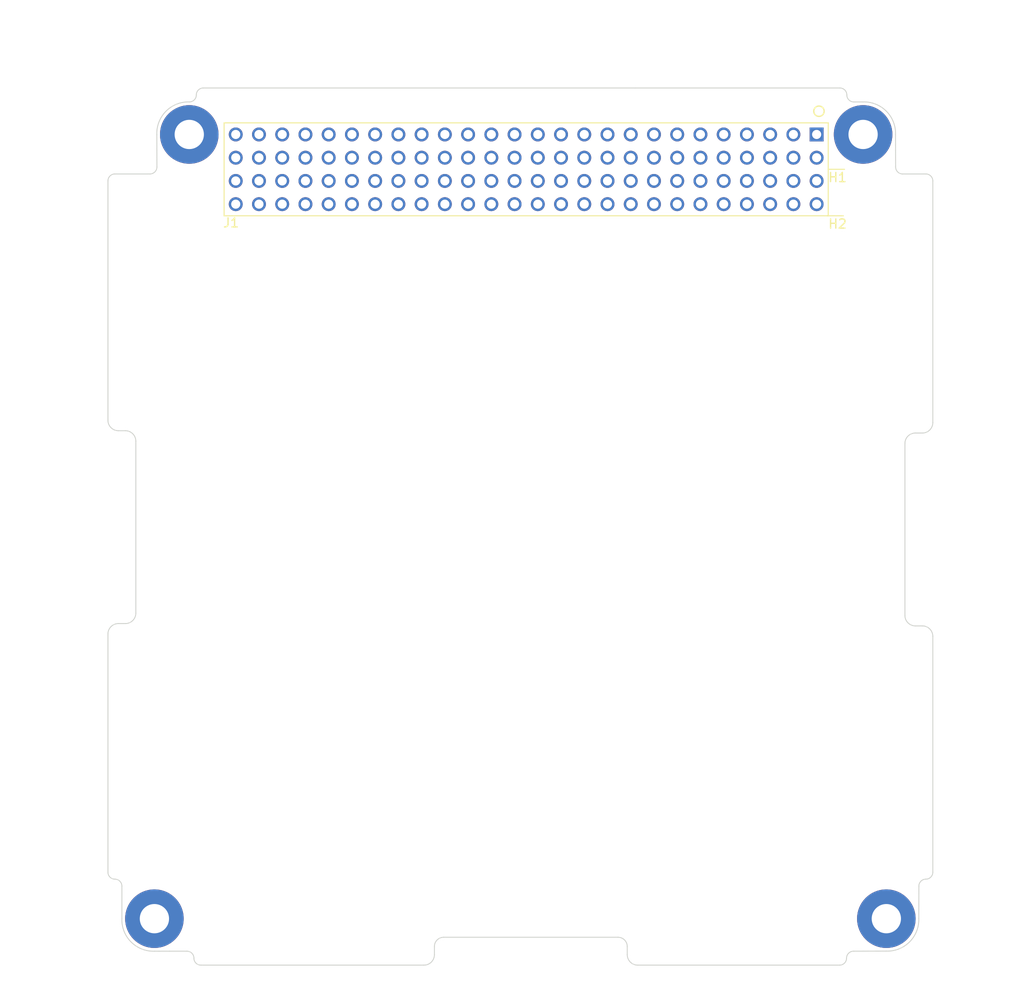
<source format=kicad_pcb>
(kicad_pcb (version 20211014) (generator pcbnew)
  (layers (0 "F.Cu" signal) (1 "In1.Cu" signal) (2 "In2.Cu" signal) (31 "B.Cu" signal) (34 "B.Paste" user) (35 "F.Paste" user) (36 "B.SilkS" user "B.Silkscreen") (37 "F.SilkS" user "F.Silkscreen") (38 "B.Mask" user) (39 "F.Mask" user) (44 "Edge.Cuts" user))
  (net 0 "")
  (footprint "MountingHole:MountingHole_3.2mm_M3_Pad_TopBottom" (layer "F.Cu") (at 191.77 52.07)
    (fp_text reference "H2")
    (fp_text value "MountingHole_Pad")
    (pad "1" connect circle locked (at 0 0) (size 6.4 6.4) (layers "B.Cu" "B.Mask"))
    (pad "1" connect circle locked (at 0 0) (size 6.4 6.4) (layers "F.Cu" "F.Mask"))
    (pad "1" thru_hole circle locked (at 0 0) (size 3.6 3.6) (drill 3.2) (layers *.Cu *.Mask))
  )
  (footprint "MountingHole:MountingHole_3.2mm_M3_Pad_TopBottom" (layer "F.Cu") (at 118.11 52.07)
    (fp_text reference "H1")
    (fp_text value "MountingHole_Pad")
    (pad "1" thru_hole circle locked (at 0 0) (size 3.6 3.6) (drill 3.2) (layers *.Cu *.Mask))
    (pad "1" connect circle locked (at 0 0) (size 6.4 6.4) (layers "F.Cu" "F.Mask"))
    (pad "1" connect circle locked (at 0 0) (size 6.4 6.4) (layers "B.Cu" "B.Mask"))
  )
  (footprint "MountingHole:MountingHole_3.2mm_M3_Pad_TopBottom" (layer "F.Cu") (at 114.3 137.795)
    (fp_text reference "H4")
    (fp_text value "MountingHole_Pad")
    (pad "1" connect circle locked (at 0 0) (size 6.4 6.4) (layers "F.Cu" "F.Mask"))
    (pad "1" connect circle locked (at 0 0) (size 6.4 6.4) (layers "B.Cu" "B.Mask"))
    (pad "1" thru_hole circle locked (at 0 0) (size 3.6 3.6) (drill 3.2) (layers *.Cu *.Mask))
  )
  (footprint "pc104-template:pc104-connector" (layer "F.Cu") (at 156.21 54.61 -90)
    (fp_text reference "J1" (at 7.112 33.528 unlocked) (layer "F.SilkS"))
    (fp_text value "PC104_Connector")
    (fp_text user "H2" (at 7.239 -32.766 unlocked) (layer "F.SilkS"))
    (fp_text user "H1" (at 2.159 -32.766 unlocked) (layer "F.SilkS"))
    (fp_line (start -3.81 34.29) (end 6.35 34.29) (layer "F.SilkS") (width 0.12))
    (fp_line (start 6.35 -31.623) (end 6.35 -33.401) (layer "F.SilkS") (width 0.12))
    (fp_line (start 6.35 -31.75) (end -3.81 -31.75) (layer "F.SilkS") (width 0.12))
    (fp_line (start 1.27 -31.75) (end 1.27 -33.528) (layer "F.SilkS") (width 0.12))
    (fp_line (start 6.35 34.29) (end 6.35 -31.75) (layer "F.SilkS") (width 0.12))
    (fp_line (start -3.81 -31.75) (end -3.81 34.29) (layer "F.SilkS") (width 0.12))
    (pad "1" thru_hole rect locked (at -2.54 -30.48 270) (size 1.524 1.524) (drill 1) (layers *.Cu *.Mask))
    (pad "2" thru_hole circle locked (at 0 -30.48 270) (size 1.524 1.524) (drill 1) (layers *.Cu *.Mask))
    (pad "3" thru_hole circle locked (at -2.54 -27.94 270) (size 1.524 1.524) (drill 1) (layers *.Cu *.Mask))
    (pad "4" thru_hole circle locked (at 0 -27.94 270) (size 1.524 1.524) (drill 1) (layers *.Cu *.Mask))
    (pad "5" thru_hole circle locked (at -2.54 -25.4 270) (size 1.524 1.524) (drill 1) (layers *.Cu *.Mask))
    (pad "6" thru_hole circle locked (at 0 -25.4 270) (size 1.524 1.524) (drill 1) (layers *.Cu *.Mask))
    (pad "7" thru_hole circle locked (at -2.54 -22.86 270) (size 1.524 1.524) (drill 1) (layers *.Cu *.Mask))
    (pad "8" thru_hole circle locked (at 0 -22.86 270) (size 1.524 1.524) (drill 1) (layers *.Cu *.Mask))
    (pad "9" thru_hole circle locked (at -2.54 -20.32 270) (size 1.524 1.524) (drill 1) (layers *.Cu *.Mask))
    (pad "10" thru_hole circle locked (at 0 -20.32 270) (size 1.524 1.524) (drill 1) (layers *.Cu *.Mask))
    (pad "11" thru_hole circle locked (at -2.54 -17.78 270) (size 1.524 1.524) (drill 1) (layers *.Cu *.Mask))
    (pad "12" thru_hole circle locked (at 0 -17.78 270) (size 1.524 1.524) (drill 1) (layers *.Cu *.Mask))
    (pad "13" thru_hole circle locked (at -2.54 -15.24 270) (size 1.524 1.524) (drill 1) (layers *.Cu *.Mask))
    (pad "14" thru_hole circle locked (at 0 -15.24 270) (size 1.524 1.524) (drill 1) (layers *.Cu *.Mask))
    (pad "15" thru_hole circle locked (at -2.54 -12.7 270) (size 1.524 1.524) (drill 1) (layers *.Cu *.Mask))
    (pad "16" thru_hole circle locked (at 0 -12.7 270) (size 1.524 1.524) (drill 1) (layers *.Cu *.Mask))
    (pad "17" thru_hole circle locked (at -2.54 -10.16 270) (size 1.524 1.524) (drill 1) (layers *.Cu *.Mask))
    (pad "18" thru_hole circle locked (at 0 -10.16 270) (size 1.524 1.524) (drill 1) (layers *.Cu *.Mask))
    (pad "19" thru_hole circle locked (at -2.54 -7.62 270) (size 1.524 1.524) (drill 1) (layers *.Cu *.Mask))
    (pad "20" thru_hole circle locked (at 0 -7.62 270) (size 1.524 1.524) (drill 1) (layers *.Cu *.Mask))
    (pad "21" thru_hole circle locked (at -2.54 -5.08 270) (size 1.524 1.524) (drill 1) (layers *.Cu *.Mask))
    (pad "22" thru_hole circle locked (at 0 -5.08 270) (size 1.524 1.524) (drill 1) (layers *.Cu *.Mask))
    (pad "23" thru_hole circle locked (at -2.54 -2.54 270) (size 1.524 1.524) (drill 1) (layers *.Cu *.Mask))
    (pad "24" thru_hole circle locked (at 0 -2.54 270) (size 1.524 1.524) (drill 1) (layers *.Cu *.Mask))
    (pad "25" thru_hole circle locked (at -2.54 0 270) (size 1.524 1.524) (drill 1) (layers *.Cu *.Mask))
    (pad "26" thru_hole circle locked (at 0 0 270) (size 1.524 1.524) (drill 1) (layers *.Cu *.Mask))
    (pad "27" thru_hole circle locked (at -2.54 2.54 270) (size 1.524 1.524) (drill 1) (layers *.Cu *.Mask))
    (pad "28" thru_hole circle locked (at 0 2.54 270) (size 1.524 1.524) (drill 1) (layers *.Cu *.Mask))
    (pad "29" thru_hole circle locked (at -2.54 5.08 270) (size 1.524 1.524) (drill 1) (layers *.Cu *.Mask))
    (pad "30" thru_hole circle locked (at 0 5.08 270) (size 1.524 1.524) (drill 1) (layers *.Cu *.Mask))
    (pad "31" thru_hole circle locked (at -2.54 7.62 270) (size 1.524 1.524) (drill 1) (layers *.Cu *.Mask))
    (pad "32" thru_hole circle locked (at 0 7.62 270) (size 1.524 1.524) (drill 1) (layers *.Cu *.Mask))
    (pad "33" thru_hole circle locked (at -2.54 10.16 270) (size 1.524 1.524) (drill 1) (layers *.Cu *.Mask))
    (pad "34" thru_hole circle locked (at 0 10.16 270) (size 1.524 1.524) (drill 1) (layers *.Cu *.Mask))
    (pad "35" thru_hole circle locked (at -2.54 12.7 270) (size 1.524 1.524) (drill 1) (layers *.Cu *.Mask))
    (pad "36" thru_hole circle locked (at 0 12.7 270) (size 1.524 1.524) (drill 1) (layers *.Cu *.Mask))
    (pad "37" thru_hole circle locked (at -2.54 15.24 270) (size 1.524 1.524) (drill 1) (layers *.Cu *.Mask))
    (pad "38" thru_hole circle locked (at 0 15.24 270) (size 1.524 1.524) (drill 1) (layers *.Cu *.Mask))
    (pad "39" thru_hole circle locked (at -2.54 17.78 270) (size 1.524 1.524) (drill 1) (layers *.Cu *.Mask))
    (pad "40" thru_hole circle locked (at 0 17.78 270) (size 1.524 1.524) (drill 1) (layers *.Cu *.Mask))
    (pad "41" thru_hole circle locked (at -2.54 20.32 270) (size 1.524 1.524) (drill 1) (layers *.Cu *.Mask))
    (pad "42" thru_hole circle locked (at 0 20.32 270) (size 1.524 1.524) (drill 1) (layers *.Cu *.Mask))
    (pad "43" thru_hole circle locked (at -2.54 22.86 270) (size 1.524 1.524) (drill 1) (layers *.Cu *.Mask))
    (pad "44" thru_hole circle locked (at 0 22.86 270) (size 1.524 1.524) (drill 1) (layers *.Cu *.Mask))
    (pad "45" thru_hole circle locked (at -2.54 25.4 270) (size 1.524 1.524) (drill 1) (layers *.Cu *.Mask))
    (pad "46" thru_hole circle locked (at 0 25.4 270) (size 1.524 1.524) (drill 1) (layers *.Cu *.Mask))
    (pad "47" thru_hole circle locked (at -2.54 27.94 270) (size 1.524 1.524) (drill 1) (layers *.Cu *.Mask))
    (pad "48" thru_hole circle locked (at 0 27.94 270) (size 1.524 1.524) (drill 1) (layers *.Cu *.Mask))
    (pad "49" thru_hole circle locked (at -2.54 30.48 270) (size 1.524 1.524) (drill 1) (layers *.Cu *.Mask))
    (pad "50" thru_hole circle locked (at 0 30.48 270) (size 1.524 1.524) (drill 1) (layers *.Cu *.Mask))
    (pad "51" thru_hole circle locked (at -2.54 33.02 270) (size 1.524 1.524) (drill 1) (layers *.Cu *.Mask))
    (pad "52" thru_hole circle locked (at 0 33.02 270) (size 1.524 1.524) (drill 1) (layers *.Cu *.Mask))
    (pad "53" thru_hole circle locked (at 2.54 -30.48 270) (size 1.524 1.524) (drill 1) (layers *.Cu *.Mask))
    (pad "54" thru_hole circle locked (at 5.08 -30.48 270) (size 1.524 1.524) (drill 1) (layers *.Cu *.Mask))
    (pad "55" thru_hole circle locked (at 2.54 -27.94 270) (size 1.524 1.524) (drill 1) (layers *.Cu *.Mask))
    (pad "56" thru_hole circle locked (at 5.08 -27.94 270) (size 1.524 1.524) (drill 1) (layers *.Cu *.Mask))
    (pad "57" thru_hole circle locked (at 2.54 -25.4 270) (size 1.524 1.524) (drill 1) (layers *.Cu *.Mask))
    (pad "58" thru_hole circle locked (at 5.08 -25.4 270) (size 1.524 1.524) (drill 1) (layers *.Cu *.Mask))
    (pad "59" thru_hole circle locked (at 2.54 -22.86 270) (size 1.524 1.524) (drill 1) (layers *.Cu *.Mask))
    (pad "60" thru_hole circle locked (at 5.08 -22.86 270) (size 1.524 1.524) (drill 1) (layers *.Cu *.Mask))
    (pad "61" thru_hole circle locked (at 2.54 -20.32 270) (size 1.524 1.524) (drill 1) (layers *.Cu *.Mask))
    (pad "62" thru_hole circle locked (at 5.08 -20.32 270) (size 1.524 1.524) (drill 1) (layers *.Cu *.Mask))
    (pad "63" thru_hole circle locked (at 2.54 -17.78 270) (size 1.524 1.524) (drill 1) (layers *.Cu *.Mask))
    (pad "64" thru_hole circle locked (at 5.08 -17.78 270) (size 1.524 1.524) (drill 1) (layers *.Cu *.Mask))
    (pad "65" thru_hole circle locked (at 2.54 -15.24 270) (size 1.524 1.524) (drill 1) (layers *.Cu *.Mask))
    (pad "66" thru_hole circle locked (at 5.08 -15.24 270) (size 1.524 1.524) (drill 1) (layers *.Cu *.Mask))
    (pad "67" thru_hole circle locked (at 2.54 -12.7 270) (size 1.524 1.524) (drill 1) (layers *.Cu *.Mask))
    (pad "68" thru_hole circle locked (at 5.08 -12.7 270) (size 1.524 1.524) (drill 1) (layers *.Cu *.Mask))
    (pad "69" thru_hole circle locked (at 2.54 -10.16 270) (size 1.524 1.524) (drill 1) (layers *.Cu *.Mask))
    (pad "70" thru_hole circle locked (at 5.08 -10.16 270) (size 1.524 1.524) (drill 1) (layers *.Cu *.Mask))
    (pad "71" thru_hole circle locked (at 2.54 -7.62 270) (size 1.524 1.524) (drill 1) (layers *.Cu *.Mask))
    (pad "72" thru_hole circle locked (at 5.08 -7.62 270) (size 1.524 1.524) (drill 1) (layers *.Cu *.Mask))
    (pad "73" thru_hole circle locked (at 2.54 -5.08 270) (size 1.524 1.524) (drill 1) (layers *.Cu *.Mask))
    (pad "74" thru_hole circle locked (at 5.08 -5.08 270) (size 1.524 1.524) (drill 1) (layers *.Cu *.Mask))
    (pad "75" thru_hole circle locked (at 2.54 -2.54 270) (size 1.524 1.524) (drill 1) (layers *.Cu *.Mask))
    (pad "76" thru_hole circle locked (at 5.08 -2.54 270) (size 1.524 1.524) (drill 1) (layers *.Cu *.Mask))
    (pad "77" thru_hole circle locked (at 2.54 0 270) (size 1.524 1.524) (drill 1) (layers *.Cu *.Mask))
    (pad "78" thru_hole circle locked (at 5.08 0 270) (size 1.524 1.524) (drill 1) (layers *.Cu *.Mask))
    (pad "79" thru_hole circle locked (at 2.54 2.54 270) (size 1.524 1.524) (drill 1) (layers *.Cu *.Mask))
    (pad "80" thru_hole circle locked (at 5.08 2.54 270) (size 1.524 1.524) (drill 1) (layers *.Cu *.Mask))
    (pad "81" thru_hole circle locked (at 2.54 5.08 270) (size 1.524 1.524) (drill 1) (layers *.Cu *.Mask))
    (pad "82" thru_hole circle locked (at 5.08 5.08 270) (size 1.524 1.524) (drill 1) (layers *.Cu *.Mask))
    (pad "83" thru_hole circle locked (at 2.54 7.62 270) (size 1.524 1.524) (drill 1) (layers *.Cu *.Mask))
    (pad "84" thru_hole circle locked (at 5.08 7.62 270) (size 1.524 1.524) (drill 1) (layers *.Cu *.Mask))
    (pad "85" thru_hole circle locked (at 2.54 10.16 270) (size 1.524 1.524) (drill 1) (layers *.Cu *.Mask))
    (pad "86" thru_hole circle locked (at 5.08 10.16 270) (size 1.524 1.524) (drill 1) (layers *.Cu *.Mask))
    (pad "87" thru_hole circle locked (at 2.54 12.7 270) (size 1.524 1.524) (drill 1) (layers *.Cu *.Mask))
    (pad "88" thru_hole circle locked (at 5.08 12.7 270) (size 1.524 1.524) (drill 1) (layers *.Cu *.Mask))
    (pad "89" thru_hole circle locked (at 2.54 15.24 270) (size 1.524 1.524) (drill 1) (layers *.Cu *.Mask))
    (pad "90" thru_hole circle locked (at 5.08 15.24 270) (size 1.524 1.524) (drill 1) (layers *.Cu *.Mask))
    (pad "91" thru_hole circle locked (at 2.54 17.78 270) (size 1.524 1.524) (drill 1) (layers *.Cu *.Mask))
    (pad "92" thru_hole circle locked (at 5.08 17.78 270) (size 1.524 1.524) (drill 1) (layers *.Cu *.Mask))
    (pad "93" thru_hole circle locked (at 2.54 20.32 270) (size 1.524 1.524) (drill 1) (layers *.Cu *.Mask))
    (pad "94" thru_hole circle locked (at 5.08 20.32 270) (size 1.524 1.524) (drill 1) (layers *.Cu *.Mask))
    (pad "95" thru_hole circle locked (at 2.54 22.86 270) (size 1.524 1.524) (drill 1) (layers *.Cu *.Mask))
    (pad "96" thru_hole circle locked (at 5.08 22.86 270) (size 1.524 1.524) (drill 1) (layers *.Cu *.Mask))
    (pad "97" thru_hole circle locked (at 2.54 25.4 270) (size 1.524 1.524) (drill 1) (layers *.Cu *.Mask))
    (pad "98" thru_hole circle locked (at 5.08 25.4 270) (size 1.524 1.524) (drill 1) (layers *.Cu *.Mask))
    (pad "99" thru_hole circle locked (at 2.54 27.94 270) (size 1.524 1.524) (drill 1) (layers *.Cu *.Mask))
    (pad "100" thru_hole circle locked (at 5.08 27.94 270) (size 1.524 1.524) (drill 1) (layers *.Cu *.Mask))
    (pad "101" thru_hole circle locked (at 2.54 30.48 270) (size 1.524 1.524) (drill 1) (layers *.Cu *.Mask))
    (pad "102" thru_hole circle locked (at 5.08 30.48 270) (size 1.524 1.524) (drill 1) (layers *.Cu *.Mask))
    (pad "103" thru_hole circle locked (at 2.54 33.02 270) (size 1.524 1.524) (drill 1) (layers *.Cu *.Mask))
    (pad "104" thru_hole circle locked (at 5.08 33.02 270) (size 1.524 1.524) (drill 1) (layers *.Cu *.Mask))
  )
  (footprint "MountingHole:MountingHole_3.2mm_M3_Pad_TopBottom" (layer "F.Cu") (at 194.31 137.795)
    (fp_text reference "H3")
    (fp_text value "MountingHole_Pad")
    (pad "1" thru_hole circle locked (at 0 0) (size 3.6 3.6) (drill 3.2) (layers *.Cu *.Mask))
    (pad "1" connect circle locked (at 0 0) (size 6.4 6.4) (layers "B.Cu" "B.Mask"))
    (pad "1" connect circle locked (at 0 0) (size 6.4 6.4) (layers "F.Cu" "F.Mask"))
  )
  (gr_circle locked (center 186.944 49.53) (end 187.452 49.276) (layer "F.SilkS") (width 0.15) (fill none))
  (gr_line locked (start 165.989 140.843) (end 165.989 141.732) (layer "Edge.Cuts") (width 0.1))
  (gr_arc locked (start 197.866 134.239) (mid 198.089185 133.700185) (end 198.628 133.477) (layer "Edge.Cuts") (width 0.1))
  (gr_line locked (start 115.951 141.351) (end 114.808 141.351) (layer "Edge.Cuts") (width 0.1))
  (gr_arc locked (start 109.22 106.68) (mid 109.554788 105.871788) (end 110.363 105.537) (layer "Edge.Cuts") (width 0.1))
  (gr_line locked (start 117.856 141.351) (end 115.951 141.351) (layer "Edge.Cuts") (width 0.1))
  (gr_arc locked (start 119.38 142.875) (mid 118.841185 142.651815) (end 118.618 142.113) (layer "Edge.Cuts") (width 0.1))
  (gr_line locked (start 199.39 83.566) (end 199.39 57.15) (layer "Edge.Cuts") (width 0.1))
  (gr_arc locked (start 117.856 141.351) (mid 118.394815 141.574185) (end 118.618 142.113) (layer "Edge.Cuts") (width 0.1))
  (gr_arc locked (start 109.982 133.477) (mid 109.443185 133.253815) (end 109.22 132.715) (layer "Edge.Cuts") (width 0.1))
  (gr_line locked (start 114.563162 52.079162) (end 114.572324 55.626) (layer "Edge.Cuts") (width 0.1))
  (gr_line locked (start 190.754 48.514) (end 191.760838 48.514) (layer "Edge.Cuts") (width 0.1))
  (gr_arc locked (start 109.982 133.477) (mid 110.520815 133.700185) (end 110.744 134.239) (layer "Edge.Cuts") (width 0.1))
  (gr_arc locked (start 111.125 84.455) (mid 111.933223 84.789777) (end 112.268 85.598) (layer "Edge.Cuts") (width 0.1))
  (gr_line locked (start 144.907 140.843) (end 144.907 141.732) (layer "Edge.Cuts") (width 0.1))
  (gr_line locked (start 110.744 134.239) (end 110.744 137.795) (layer "Edge.Cuts") (width 0.1))
  (gr_arc locked (start 189.23 46.99) (mid 189.768815 47.213185) (end 189.992 47.752) (layer "Edge.Cuts") (width 0.1))
  (gr_arc locked (start 189.961185 142.113) (mid 190.195336 141.563183) (end 190.754 141.351) (layer "Edge.Cuts") (width 0.1))
  (gr_arc locked (start 190.754 48.514) (mid 190.215185 48.290815) (end 189.992 47.752) (layer "Edge.Cuts") (width 0.1))
  (gr_arc locked (start 199.39 83.566) (mid 199.055223 84.374223) (end 198.247 84.709) (layer "Edge.Cuts") (width 0.1))
  (gr_line locked (start 119.643162 46.99) (end 166.878 46.99) (layer "Edge.Cuts") (width 0.1))
  (gr_arc locked (start 198.628 56.388) (mid 199.166815 56.611185) (end 199.39 57.15) (layer "Edge.Cuts") (width 0.1))
  (gr_arc locked (start 114.563162 52.079162) (mid 115.569375 49.526778) (end 118.119162 48.514) (layer "Edge.Cuts") (width 0.1))
  (gr_arc locked (start 196.088 56.388) (mid 195.549185 56.164815) (end 195.326 55.626) (layer "Edge.Cuts") (width 0.1))
  (gr_line locked (start 196.088 56.388) (end 198.628 56.388) (layer "Edge.Cuts") (width 0.1))
  (gr_line locked (start 109.982 56.388) (end 113.810324 56.388) (layer "Edge.Cuts") (width 0.1))
  (gr_line locked (start 109.22 106.68) (end 109.22 132.715) (layer "Edge.Cuts") (width 0.1))
  (gr_line locked (start 190.754 141.351) (end 194.300839 141.341838) (layer "Edge.Cuts") (width 0.1))
  (gr_arc locked (start 197.856839 137.785838) (mid 196.850001 140.335) (end 194.300839 141.341838) (layer "Edge.Cuts") (width 0.1))
  (gr_arc locked (start 196.342 85.852) (mid 196.676777 85.043777) (end 197.485 84.709) (layer "Edge.Cuts") (width 0.1))
  (gr_arc locked (start 118.881162 47.752) (mid 119.104347 47.213185) (end 119.643162 46.99) (layer "Edge.Cuts") (width 0.1))
  (gr_line locked (start 166.878 46.99) (end 189.23 46.99) (layer "Edge.Cuts") (width 0.1))
  (gr_arc locked (start 114.3 141.351) (mid 111.750838 140.344161) (end 110.744 137.795) (layer "Edge.Cuts") (width 0.1))
  (gr_arc locked (start 167.132 142.875) (mid 166.323777 142.540223) (end 165.989 141.732) (layer "Edge.Cuts") (width 0.1))
  (gr_arc locked (start 197.485 105.791) (mid 196.676777 105.456223) (end 196.342 104.648) (layer "Edge.Cuts") (width 0.1))
  (gr_line locked (start 167.132 142.875) (end 189.199185 142.875) (layer "Edge.Cuts") (width 0.1))
  (gr_line locked (start 196.342 104.648) (end 196.342 85.852) (layer "Edge.Cuts") (width 0.1))
  (gr_line locked (start 199.39 132.715) (end 199.39 106.934) (layer "Edge.Cuts") (width 0.1))
  (gr_line locked (start 119.38 142.875) (end 143.764 142.875) (layer "Edge.Cuts") (width 0.1))
  (gr_line locked (start 110.363 84.455) (end 111.125 84.455) (layer "Edge.Cuts") (width 0.1))
  (gr_arc locked (start 109.22 57.15) (mid 109.443185 56.611185) (end 109.982 56.388) (layer "Edge.Cuts") (width 0.1))
  (gr_line locked (start 197.485 105.791) (end 198.247 105.791) (layer "Edge.Cuts") (width 0.1))
  (gr_arc locked (start 199.39 132.715) (mid 199.166815 133.253815) (end 198.628 133.477) (layer "Edge.Cuts") (width 0.1))
  (gr_line locked (start 145.923 139.827) (end 164.973 139.827) (layer "Edge.Cuts") (width 0.1))
  (gr_arc locked (start 144.907 140.843) (mid 145.20458 140.12458) (end 145.923 139.827) (layer "Edge.Cuts") (width 0.1))
  (gr_arc locked (start 164.973 139.827) (mid 165.69142 140.12458) (end 165.989 140.843) (layer "Edge.Cuts") (width 0.1))
  (gr_arc locked (start 144.907 141.732) (mid 144.572223 142.540223) (end 143.764 142.875) (layer "Edge.Cuts") (width 0.1))
  (gr_arc locked (start 198.247 105.791) (mid 199.055223 106.125777) (end 199.39 106.934) (layer "Edge.Cuts") (width 0.1))
  (gr_arc locked (start 118.881162 47.752) (mid 118.657977 48.290815) (end 118.119162 48.514) (layer "Edge.Cuts") (width 0.1))
  (gr_line locked (start 197.485 84.709) (end 198.247 84.709) (layer "Edge.Cuts") (width 0.1))
  (gr_line locked (start 112.268 85.598) (end 112.268 104.394) (layer "Edge.Cuts") (width 0.1))
  (gr_arc locked (start 112.268 104.394) (mid 111.933215 105.202208) (end 111.125 105.537) (layer "Edge.Cuts") (width 0.1))
  (gr_arc locked (start 114.572324 55.626) (mid 114.349139 56.164815) (end 113.810324 56.388) (layer "Edge.Cuts") (width 0.1))
  (gr_line locked (start 109.22 57.15) (end 109.22 83.312) (layer "Edge.Cuts") (width 0.1))
  (gr_line locked (start 197.856839 137.785838) (end 197.866 134.239) (layer "Edge.Cuts") (width 0.1))
  (gr_line locked (start 114.808 141.351) (end 114.3 141.351) (layer "Edge.Cuts") (width 0.1))
  (gr_line locked (start 110.363 105.537) (end 111.125 105.537) (layer "Edge.Cuts") (width 0.1))
  (gr_arc locked (start 191.760838 48.514) (mid 194.310625 49.526777) (end 195.316838 52.079162) (layer "Edge.Cuts") (width 0.1))
  (gr_arc locked (start 110.363 84.455) (mid 109.554777 84.120223) (end 109.22 83.312) (layer "Edge.Cuts") (width 0.1))
  (gr_arc locked (start 189.961185 142.113) (mid 189.738 142.651815) (end 189.199185 142.875) (layer "Edge.Cuts") (width 0.1))
  (gr_line locked (start 195.316838 52.079162) (end 195.326 55.626) (layer "Edge.Cuts") (width 0.1))
)
</source>
